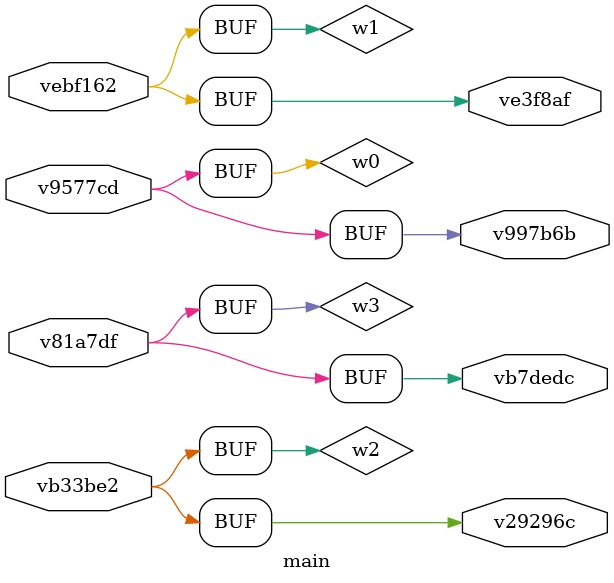
<source format=v>

`default_nettype none

module main (
 input v9577cd,
 input vebf162,
 input vb33be2,
 input v81a7df,
 output v997b6b,
 output ve3f8af,
 output v29296c,
 output vb7dedc
);
 wire w0;
 wire w1;
 wire w2;
 wire w3;
 assign w0 = v9577cd;
 assign v997b6b = w0;
 assign w1 = vebf162;
 assign ve3f8af = w1;
 assign w2 = vb33be2;
 assign v29296c = w2;
 assign w3 = v81a7df;
 assign vb7dedc = w3;
endmodule


</source>
